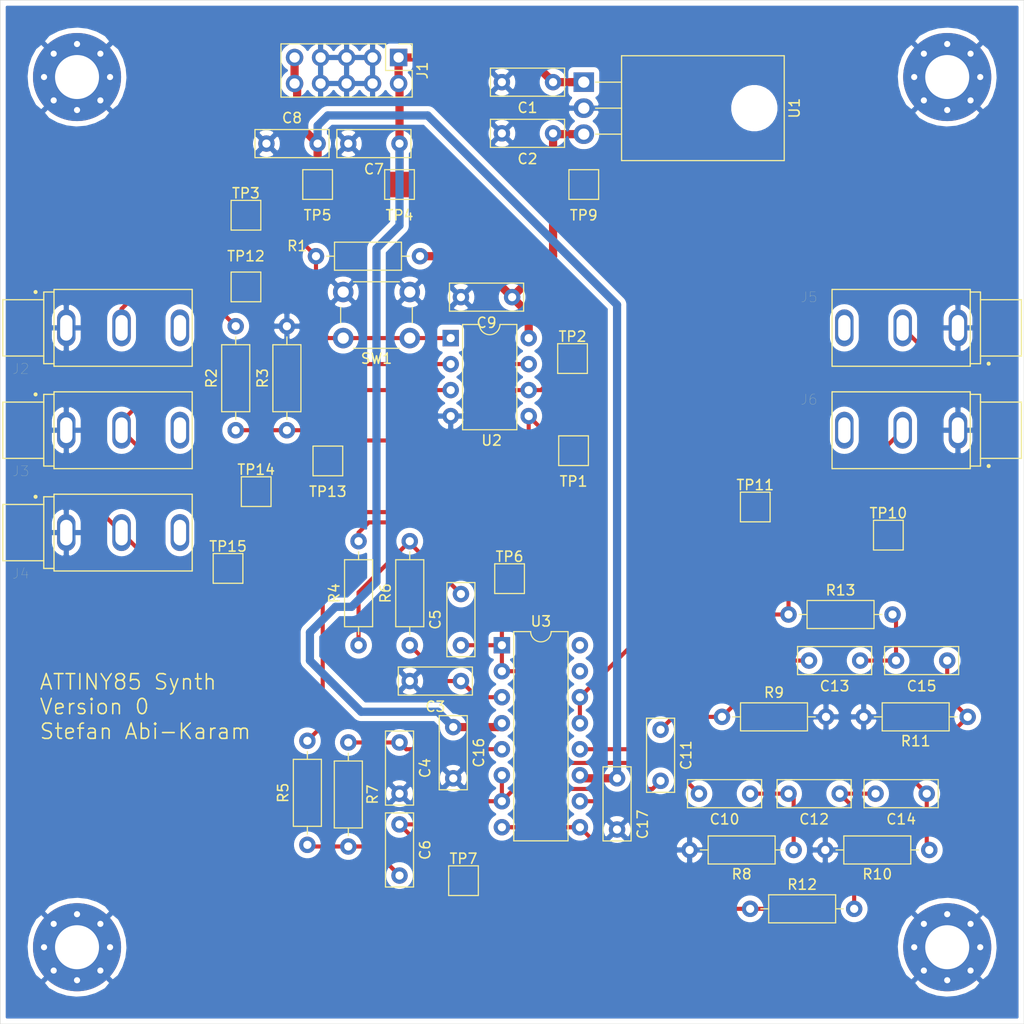
<source format=kicad_pcb>
(kicad_pcb (version 20171130) (host pcbnew "(5.1.9)-1")
  (layers (0 F.Cu signal) (31 B.Cu signal) (34 B.Paste user) (35 F.Paste user) (36 B.SilkS user) (37 F.SilkS user) (38 B.Mask user) (39 F.Mask user) (44 Edge.Cuts user))
  (net 0 "")
  (net 1 GND)
  (net 2 +12V)
  (net 3 +5V)
  (net 4 "Net-(C3-Pad1)")
  (net 5 "Net-(C4-Pad1)")
  (net 6 "Net-(C5-Pad2)")
  (net 7 "Net-(C10-Pad2)")
  (net 8 "Net-(C6-Pad2)")
  (net 9 "Net-(C11-Pad2)")
  (net 10 -12V)
  (net 11 "Net-(C10-Pad1)")
  (net 12 "Net-(C11-Pad1)")
  (net 13 "Net-(C12-Pad1)")
  (net 14 "Net-(C13-Pad1)")
  (net 15 "Net-(C14-Pad1)")
  (net 16 "Net-(C15-Pad1)")
  (net 17 rst)
  (net 18 cv_1_v_oct)
  (net 19 a1)
  (net 20 pwm0)
  (net 21 pwm1)
  (net 22 audio1)
  (net 23 audio2)
  (net 24 a2)
  (net 25 a3)
  (net 26 "Net-(J2-Pad3)")
  (net 27 "Net-(J3-Pad3)")
  (net 28 "Net-(J4-Pad3)")
  (net 29 "Net-(J5-Pad3)")
  (net 30 "Net-(J6-Pad3)")
  (module Capacitor_THT:C_Disc_D7.0mm_W2.5mm_P5.00mm (layer F.Cu) (at 145.25 126 90)
    (fp_text reference C17 (at 0.5 2.5 90) (layer F.SilkS))
    (fp_text value 100n)
    (pad 2 thru_hole circle (at 5 0 90) (size 1.6 1.6) (drill 0.8) (layers *.Cu *.Mask) (net 10 -12V))
    (pad 1 thru_hole circle (at 0 0 90) (size 1.6 1.6) (drill 0.8) (layers *.Cu *.Mask) (net 1 GND))
  )
  (module Capacitor_THT:C_Disc_D7.0mm_W2.5mm_P5.00mm (layer F.Cu) (at 129.25 116 270)
    (fp_text reference C16 (at 2.5 -2.5 90) (layer F.SilkS))
    (fp_text value 100n)
    (pad 2 thru_hole circle (at 5 0 270) (size 1.6 1.6) (drill 0.8) (layers *.Cu *.Mask) (net 1 GND))
    (pad 1 thru_hole circle (at 0 0 270) (size 1.6 1.6) (drill 0.8) (layers *.Cu *.Mask) (net 2 +12V))
  )
  (module Capacitor_THT:C_Disc_D7.0mm_W2.5mm_P5.00mm (layer F.Cu) (at 177.5 109.5 180)
    (fp_text reference C15 (at 2.5 -2.5) (layer F.SilkS))
    (fp_text value 100n)
    (pad 2 thru_hole circle (at 5 0 180) (size 1.6 1.6) (drill 0.8) (layers *.Cu *.Mask) (net 14 "Net-(C13-Pad1)"))
    (pad 1 thru_hole circle (at 0 0 180) (size 1.6 1.6) (drill 0.8) (layers *.Cu *.Mask) (net 16 "Net-(C15-Pad1)"))
  )
  (module Capacitor_THT:C_Disc_D7.0mm_W2.5mm_P5.00mm (layer F.Cu) (at 175.5 122.5 180)
    (fp_text reference C14 (at 2.5 -2.5) (layer F.SilkS))
    (fp_text value 100n)
    (pad 2 thru_hole circle (at 5 0 180) (size 1.6 1.6) (drill 0.8) (layers *.Cu *.Mask) (net 13 "Net-(C12-Pad1)"))
    (pad 1 thru_hole circle (at 0 0 180) (size 1.6 1.6) (drill 0.8) (layers *.Cu *.Mask) (net 15 "Net-(C14-Pad1)"))
  )
  (module Capacitor_THT:C_Disc_D7.0mm_W2.5mm_P5.00mm (layer F.Cu) (at 169 109.5 180)
    (fp_text reference C13 (at 2.5 -2.5) (layer F.SilkS))
    (fp_text value 100n)
    (pad 2 thru_hole circle (at 5 0 180) (size 1.6 1.6) (drill 0.8) (layers *.Cu *.Mask) (net 12 "Net-(C11-Pad1)"))
    (pad 1 thru_hole circle (at 0 0 180) (size 1.6 1.6) (drill 0.8) (layers *.Cu *.Mask) (net 14 "Net-(C13-Pad1)"))
  )
  (module Capacitor_THT:C_Disc_D7.0mm_W2.5mm_P5.00mm (layer F.Cu) (at 167 122.5 180)
    (fp_text reference C12 (at 2.5 -2.5) (layer F.SilkS))
    (fp_text value 100n)
    (pad 2 thru_hole circle (at 5 0 180) (size 1.6 1.6) (drill 0.8) (layers *.Cu *.Mask) (net 11 "Net-(C10-Pad1)"))
    (pad 1 thru_hole circle (at 0 0 180) (size 1.6 1.6) (drill 0.8) (layers *.Cu *.Mask) (net 13 "Net-(C12-Pad1)"))
  )
  (module Capacitor_THT:C_Disc_D7.0mm_W2.5mm_P5.00mm (layer F.Cu) (at 149.5 116.25 270)
    (fp_text reference C11 (at 2.5 -2.5 90) (layer F.SilkS))
    (fp_text value 100n)
    (pad 2 thru_hole circle (at 5 0 270) (size 1.6 1.6) (drill 0.8) (layers *.Cu *.Mask) (net 9 "Net-(C11-Pad2)"))
    (pad 1 thru_hole circle (at 0 0 270) (size 1.6 1.6) (drill 0.8) (layers *.Cu *.Mask) (net 12 "Net-(C11-Pad1)"))
  )
  (module Capacitor_THT:C_Disc_D7.0mm_W2.5mm_P5.00mm (layer F.Cu) (at 158.25 122.5 180)
    (fp_text reference C10 (at 2.5 -2.5) (layer F.SilkS))
    (fp_text value 100n)
    (pad 2 thru_hole circle (at 5 0 180) (size 1.6 1.6) (drill 0.8) (layers *.Cu *.Mask) (net 7 "Net-(C10-Pad2)"))
    (pad 1 thru_hole circle (at 0 0 180) (size 1.6 1.6) (drill 0.8) (layers *.Cu *.Mask) (net 11 "Net-(C10-Pad1)"))
  )
  (module Capacitor_THT:C_Disc_D7.0mm_W2.5mm_P5.00mm (layer F.Cu) (at 135 74 180)
    (fp_text reference C9 (at 2.5 -2.5) (layer F.SilkS))
    (fp_text value 100n)
    (pad 2 thru_hole circle (at 5 0 180) (size 1.6 1.6) (drill 0.8) (layers *.Cu *.Mask) (net 1 GND))
    (pad 1 thru_hole circle (at 0 0 180) (size 1.6 1.6) (drill 0.8) (layers *.Cu *.Mask) (net 3 +5V))
  )
  (module Capacitor_THT:C_Disc_D7.0mm_W2.5mm_P5.00mm (layer F.Cu) (at 111 59)
    (fp_text reference C8 (at 2.5 -2.5) (layer F.SilkS))
    (fp_text value 10u)
    (pad 2 thru_hole circle (at 5 0) (size 1.6 1.6) (drill 0.8) (layers *.Cu *.Mask) (net 10 -12V))
    (pad 1 thru_hole circle (at 0 0) (size 1.6 1.6) (drill 0.8) (layers *.Cu *.Mask) (net 1 GND))
  )
  (module Capacitor_THT:C_Disc_D7.0mm_W2.5mm_P5.00mm (layer F.Cu) (at 124 59 180)
    (fp_text reference C7 (at 2.5 -2.5) (layer F.SilkS))
    (fp_text value 10u)
    (pad 2 thru_hole circle (at 5 0 180) (size 1.6 1.6) (drill 0.8) (layers *.Cu *.Mask) (net 1 GND))
    (pad 1 thru_hole circle (at 0 0 180) (size 1.6 1.6) (drill 0.8) (layers *.Cu *.Mask) (net 2 +12V))
  )
  (module Capacitor_THT:C_Disc_D7.0mm_W2.5mm_P5.00mm (layer F.Cu) (at 124 125.5 270)
    (fp_text reference C6 (at 2.5 -2.5 90) (layer F.SilkS))
    (fp_text value 22n)
    (pad 2 thru_hole circle (at 5 0 270) (size 1.6 1.6) (drill 0.8) (layers *.Cu *.Mask) (net 8 "Net-(C6-Pad2)"))
    (pad 1 thru_hole circle (at 0 0 270) (size 1.6 1.6) (drill 0.8) (layers *.Cu *.Mask) (net 9 "Net-(C11-Pad2)"))
  )
  (module Capacitor_THT:C_Disc_D7.0mm_W2.5mm_P5.00mm (layer F.Cu) (at 130 108 90)
    (fp_text reference C5 (at 2.5 -2.5 90) (layer F.SilkS))
    (fp_text value 22n)
    (pad 2 thru_hole circle (at 5 0 90) (size 1.6 1.6) (drill 0.8) (layers *.Cu *.Mask) (net 6 "Net-(C5-Pad2)"))
    (pad 1 thru_hole circle (at 0 0 90) (size 1.6 1.6) (drill 0.8) (layers *.Cu *.Mask) (net 7 "Net-(C10-Pad2)"))
  )
  (module Capacitor_THT:C_Disc_D7.0mm_W2.5mm_P5.00mm (layer F.Cu) (at 124 117.5 270)
    (fp_text reference C4 (at 2.5 -2.5 90) (layer F.SilkS))
    (fp_text value 1n)
    (pad 2 thru_hole circle (at 5 0 270) (size 1.6 1.6) (drill 0.8) (layers *.Cu *.Mask) (net 1 GND))
    (pad 1 thru_hole circle (at 0 0 270) (size 1.6 1.6) (drill 0.8) (layers *.Cu *.Mask) (net 5 "Net-(C4-Pad1)"))
  )
  (module Capacitor_THT:C_Disc_D7.0mm_W2.5mm_P5.00mm (layer F.Cu) (at 130 111.5 180)
    (fp_text reference C3 (at 2.5 -2.5) (layer F.SilkS))
    (fp_text value 1n)
    (pad 2 thru_hole circle (at 5 0 180) (size 1.6 1.6) (drill 0.8) (layers *.Cu *.Mask) (net 1 GND))
    (pad 1 thru_hole circle (at 0 0 180) (size 1.6 1.6) (drill 0.8) (layers *.Cu *.Mask) (net 4 "Net-(C3-Pad1)"))
  )
  (module Capacitor_THT:C_Disc_D7.0mm_W2.5mm_P5.00mm (layer F.Cu) (at 139 58 180)
    (fp_text reference C2 (at 2.5 -2.5) (layer F.SilkS))
    (fp_text value 0.1u)
    (pad 2 thru_hole circle (at 5 0 180) (size 1.6 1.6) (drill 0.8) (layers *.Cu *.Mask) (net 1 GND))
    (pad 1 thru_hole circle (at 0 0 180) (size 1.6 1.6) (drill 0.8) (layers *.Cu *.Mask) (net 3 +5V))
  )
  (module Capacitor_THT:C_Disc_D7.0mm_W2.5mm_P5.00mm (layer F.Cu) (at 139 53 180)
    (fp_text reference C1 (at 2.5 -2.5) (layer F.SilkS))
    (fp_text value 0.33u)
    (pad 2 thru_hole circle (at 5 0 180) (size 1.6 1.6) (drill 0.8) (layers *.Cu *.Mask) (net 1 GND))
    (pad 1 thru_hole circle (at 0 0 180) (size 1.6 1.6) (drill 0.8) (layers *.Cu *.Mask) (net 2 +12V))
  )
  (module MountingHole:MountingHole_4.3mm_M4_Pad_Via (layer F.Cu) (at 177.5 52.5)
    (fp_text reference H3 hide)
    (fp_text value MountingHole_Pad)
    (pad 1 thru_hole circle (at 2.280419 -2.280419) (size 0.9 0.9) (drill 0.6) (layers *.Cu *.Mask) (net 1 GND))
    (pad 1 thru_hole circle (at 0 -3.225) (size 0.9 0.9) (drill 0.6) (layers *.Cu *.Mask) (net 1 GND))
    (pad 1 thru_hole circle (at -2.280419 -2.280419) (size 0.9 0.9) (drill 0.6) (layers *.Cu *.Mask) (net 1 GND))
    (pad 1 thru_hole circle (at -3.225 0) (size 0.9 0.9) (drill 0.6) (layers *.Cu *.Mask) (net 1 GND))
    (pad 1 thru_hole circle (at -2.280419 2.280419) (size 0.9 0.9) (drill 0.6) (layers *.Cu *.Mask) (net 1 GND))
    (pad 1 thru_hole circle (at 0 3.225) (size 0.9 0.9) (drill 0.6) (layers *.Cu *.Mask) (net 1 GND))
    (pad 1 thru_hole circle (at 2.280419 2.280419) (size 0.9 0.9) (drill 0.6) (layers *.Cu *.Mask) (net 1 GND))
    (pad 1 thru_hole circle (at 3.225 0) (size 0.9 0.9) (drill 0.6) (layers *.Cu *.Mask) (net 1 GND))
    (pad 1 thru_hole circle (at 0 0) (size 8.6 8.6) (drill 4.3) (layers *.Cu *.Mask) (net 1 GND))
  )
  (module MountingHole:MountingHole_4.3mm_M4_Pad_Via (layer F.Cu) (at 177.5 137.5)
    (fp_text reference H4 hide)
    (fp_text value MountingHole_Pad)
    (pad 1 thru_hole circle (at 2.280419 -2.280419) (size 0.9 0.9) (drill 0.6) (layers *.Cu *.Mask) (net 1 GND))
    (pad 1 thru_hole circle (at 0 -3.225) (size 0.9 0.9) (drill 0.6) (layers *.Cu *.Mask) (net 1 GND))
    (pad 1 thru_hole circle (at -2.280419 -2.280419) (size 0.9 0.9) (drill 0.6) (layers *.Cu *.Mask) (net 1 GND))
    (pad 1 thru_hole circle (at -3.225 0) (size 0.9 0.9) (drill 0.6) (layers *.Cu *.Mask) (net 1 GND))
    (pad 1 thru_hole circle (at -2.280419 2.280419) (size 0.9 0.9) (drill 0.6) (layers *.Cu *.Mask) (net 1 GND))
    (pad 1 thru_hole circle (at 0 3.225) (size 0.9 0.9) (drill 0.6) (layers *.Cu *.Mask) (net 1 GND))
    (pad 1 thru_hole circle (at 2.280419 2.280419) (size 0.9 0.9) (drill 0.6) (layers *.Cu *.Mask) (net 1 GND))
    (pad 1 thru_hole circle (at 3.225 0) (size 0.9 0.9) (drill 0.6) (layers *.Cu *.Mask) (net 1 GND))
    (pad 1 thru_hole circle (at 0 0) (size 8.6 8.6) (drill 4.3) (layers *.Cu *.Mask) (net 1 GND))
  )
  (module MountingHole:MountingHole_4.3mm_M4_Pad_Via (layer F.Cu) (at 92.5 137.5)
    (fp_text reference H2 hide)
    (fp_text value MountingHole_Pad)
    (pad 1 thru_hole circle (at 2.280419 -2.280419) (size 0.9 0.9) (drill 0.6) (layers *.Cu *.Mask) (net 1 GND))
    (pad 1 thru_hole circle (at 0 -3.225) (size 0.9 0.9) (drill 0.6) (layers *.Cu *.Mask) (net 1 GND))
    (pad 1 thru_hole circle (at -2.280419 -2.280419) (size 0.9 0.9) (drill 0.6) (layers *.Cu *.Mask) (net 1 GND))
    (pad 1 thru_hole circle (at -3.225 0) (size 0.9 0.9) (drill 0.6) (layers *.Cu *.Mask) (net 1 GND))
    (pad 1 thru_hole circle (at -2.280419 2.280419) (size 0.9 0.9) (drill 0.6) (layers *.Cu *.Mask) (net 1 GND))
    (pad 1 thru_hole circle (at 0 3.225) (size 0.9 0.9) (drill 0.6) (layers *.Cu *.Mask) (net 1 GND))
    (pad 1 thru_hole circle (at 2.280419 2.280419) (size 0.9 0.9) (drill 0.6) (layers *.Cu *.Mask) (net 1 GND))
    (pad 1 thru_hole circle (at 3.225 0) (size 0.9 0.9) (drill 0.6) (layers *.Cu *.Mask) (net 1 GND))
    (pad 1 thru_hole circle (at 0 0) (size 8.6 8.6) (drill 4.3) (layers *.Cu *.Mask) (net 1 GND))
  )
  (module MountingHole:MountingHole_4.3mm_M4_Pad_Via (layer F.Cu) (at 92.5 52.5)
    (fp_text reference H1 hide)
    (fp_text value MountingHole_Pad)
    (pad 1 thru_hole circle (at 2.280419 -2.280419) (size 0.9 0.9) (drill 0.6) (layers *.Cu *.Mask) (net 1 GND))
    (pad 1 thru_hole circle (at 0 -3.225) (size 0.9 0.9) (drill 0.6) (layers *.Cu *.Mask) (net 1 GND))
    (pad 1 thru_hole circle (at -2.280419 -2.280419) (size 0.9 0.9) (drill 0.6) (layers *.Cu *.Mask) (net 1 GND))
    (pad 1 thru_hole circle (at -3.225 0) (size 0.9 0.9) (drill 0.6) (layers *.Cu *.Mask) (net 1 GND))
    (pad 1 thru_hole circle (at -2.280419 2.280419) (size 0.9 0.9) (drill 0.6) (layers *.Cu *.Mask) (net 1 GND))
    (pad 1 thru_hole circle (at 0 3.225) (size 0.9 0.9) (drill 0.6) (layers *.Cu *.Mask) (net 1 GND))
    (pad 1 thru_hole circle (at 2.280419 2.280419) (size 0.9 0.9) (drill 0.6) (layers *.Cu *.Mask) (net 1 GND))
    (pad 1 thru_hole circle (at 3.225 0) (size 0.9 0.9) (drill 0.6) (layers *.Cu *.Mask) (net 1 GND))
    (pad 1 thru_hole circle (at 0 0) (size 8.6 8.6) (drill 4.3) (layers *.Cu *.Mask) (net 1 GND))
  )
  (module Package_DIP:DIP-16_W7.62mm (layer F.Cu) (at 134 108)
    (fp_text reference U3 (at 3.81 -2.33) (layer F.SilkS))
    (fp_text value TL074)
    (pad 16 thru_hole oval (at 7.62 0) (size 1.6 1.6) (drill 0.8) (layers *.Cu *.Mask))
    (pad 8 thru_hole oval (at 0 17.78) (size 1.6 1.6) (drill 0.8) (layers *.Cu *.Mask) (net 22 audio1))
    (pad 15 thru_hole oval (at 7.62 2.54) (size 1.6 1.6) (drill 0.8) (layers *.Cu *.Mask))
    (pad 7 thru_hole oval (at 0 15.24) (size 1.6 1.6) (drill 0.8) (layers *.Cu *.Mask) (net 9 "Net-(C11-Pad2)"))
    (pad 14 thru_hole oval (at 7.62 5.08) (size 1.6 1.6) (drill 0.8) (layers *.Cu *.Mask) (net 23 audio2))
    (pad 6 thru_hole oval (at 0 12.7) (size 1.6 1.6) (drill 0.8) (layers *.Cu *.Mask) (net 9 "Net-(C11-Pad2)"))
    (pad 13 thru_hole oval (at 7.62 7.62) (size 1.6 1.6) (drill 0.8) (layers *.Cu *.Mask) (net 23 audio2))
    (pad 5 thru_hole oval (at 0 10.16) (size 1.6 1.6) (drill 0.8) (layers *.Cu *.Mask) (net 5 "Net-(C4-Pad1)"))
    (pad 12 thru_hole oval (at 7.62 10.16) (size 1.6 1.6) (drill 0.8) (layers *.Cu *.Mask) (net 16 "Net-(C15-Pad1)"))
    (pad 4 thru_hole oval (at 0 7.62) (size 1.6 1.6) (drill 0.8) (layers *.Cu *.Mask) (net 2 +12V))
    (pad 11 thru_hole oval (at 7.62 12.7) (size 1.6 1.6) (drill 0.8) (layers *.Cu *.Mask) (net 10 -12V))
    (pad 3 thru_hole oval (at 0 5.08) (size 1.6 1.6) (drill 0.8) (layers *.Cu *.Mask) (net 4 "Net-(C3-Pad1)"))
    (pad 10 thru_hole oval (at 7.62 15.24) (size 1.6 1.6) (drill 0.8) (layers *.Cu *.Mask) (net 15 "Net-(C14-Pad1)"))
    (pad 2 thru_hole oval (at 0 2.54) (size 1.6 1.6) (drill 0.8) (layers *.Cu *.Mask) (net 7 "Net-(C10-Pad2)"))
    (pad 9 thru_hole oval (at 7.62 17.78) (size 1.6 1.6) (drill 0.8) (layers *.Cu *.Mask) (net 22 audio1))
    (pad 1 thru_hole rect (at 0 0) (size 1.6 1.6) (drill 0.8) (layers *.Cu *.Mask) (net 7 "Net-(C10-Pad2)"))
  )
  (module Package_DIP:DIP-8_W7.62mm (layer F.Cu) (at 129 78)
    (fp_text reference U2 (at 4 10) (layer F.SilkS))
    (fp_text value ATtiny85V-10PU)
    (pad 8 thru_hole oval (at 7.62 0) (size 1.6 1.6) (drill 0.8) (layers *.Cu *.Mask) (net 3 +5V))
    (pad 4 thru_hole oval (at 0 7.62) (size 1.6 1.6) (drill 0.8) (layers *.Cu *.Mask) (net 1 GND))
    (pad 7 thru_hole oval (at 7.62 2.54) (size 1.6 1.6) (drill 0.8) (layers *.Cu *.Mask) (net 19 a1))
    (pad 3 thru_hole oval (at 0 5.08) (size 1.6 1.6) (drill 0.8) (layers *.Cu *.Mask) (net 24 a2))
    (pad 6 thru_hole oval (at 7.62 5.08) (size 1.6 1.6) (drill 0.8) (layers *.Cu *.Mask) (net 21 pwm1))
    (pad 2 thru_hole oval (at 0 2.54) (size 1.6 1.6) (drill 0.8) (layers *.Cu *.Mask) (net 25 a3))
    (pad 5 thru_hole oval (at 7.62 7.62) (size 1.6 1.6) (drill 0.8) (layers *.Cu *.Mask) (net 20 pwm0))
    (pad 1 thru_hole rect (at 0 0) (size 1.6 1.6) (drill 0.8) (layers *.Cu *.Mask) (net 17 rst))
  )
  (module Package_TO_SOT_THT:TO-220-3_Horizontal_TabDown (layer F.Cu) (at 142 53 270)
    (fp_text reference U1 (at 2.54 -20.58 90) (layer F.SilkS))
    (fp_text value L7805)
    (pad 3 thru_hole oval (at 5.08 0 270) (size 1.905 2) (drill 1.1) (layers *.Cu *.Mask) (net 3 +5V))
    (pad 2 thru_hole oval (at 2.54 0 270) (size 1.905 2) (drill 1.1) (layers *.Cu *.Mask) (net 1 GND))
    (pad 1 thru_hole rect (at 0 0 270) (size 1.905 2) (drill 1.1) (layers *.Cu *.Mask) (net 2 +12V))
    (pad "" np_thru_hole oval (at 2.54 -16.66 270) (size 3.5 3.5) (drill 3.5) (layers *.Cu *.Mask))
  )
  (module TestPoint:TestPoint_Pad_2.5x2.5mm (layer F.Cu) (at 107.25 100.5)
    (fp_text reference TP15 (at 0 -2.148) (layer F.SilkS))
    (fp_text value TestPoint)
    (pad 1 smd rect (at 0 0) (size 2.5 2.5) (layers F.Cu F.Mask) (net 25 a3))
  )
  (module TestPoint:TestPoint_Pad_2.5x2.5mm (layer F.Cu) (at 110 93)
    (fp_text reference TP14 (at 0 -2.148) (layer F.SilkS))
    (fp_text value TestPoint)
    (pad 1 smd rect (at 0 0) (size 2.5 2.5) (layers F.Cu F.Mask) (net 24 a2))
  )
  (module TestPoint:TestPoint_Pad_2.5x2.5mm (layer F.Cu) (at 117 90)
    (fp_text reference TP13 (at 0 3) (layer F.SilkS))
    (fp_text value TestPoint)
    (pad 1 smd rect (at 0 0) (size 2.5 2.5) (layers F.Cu F.Mask) (net 19 a1))
  )
  (module TestPoint:TestPoint_Pad_2.5x2.5mm (layer F.Cu) (at 109 73)
    (fp_text reference TP12 (at 0 -3) (layer F.SilkS))
    (fp_text value TestPoint)
    (pad 1 smd rect (at 0 0) (size 2.5 2.5) (layers F.Cu F.Mask) (net 18 cv_1_v_oct))
  )
  (module TestPoint:TestPoint_Pad_2.5x2.5mm (layer F.Cu) (at 158.75 94.5)
    (fp_text reference TP11 (at 0 -2.148) (layer F.SilkS))
    (fp_text value TestPoint)
    (pad 1 smd rect (at 0 0) (size 2.5 2.5) (layers F.Cu F.Mask) (net 23 audio2))
  )
  (module TestPoint:TestPoint_Pad_2.5x2.5mm (layer F.Cu) (at 171.75 97.25)
    (fp_text reference TP10 (at 0 -2.148) (layer F.SilkS))
    (fp_text value TestPoint)
    (pad 1 smd rect (at 0 0) (size 2.5 2.5) (layers F.Cu F.Mask) (net 22 audio1))
  )
  (module TestPoint:TestPoint_Pad_2.5x2.5mm (layer F.Cu) (at 142 63)
    (fp_text reference TP9 (at 0 3) (layer F.SilkS))
    (fp_text value TestPoint)
    (pad 1 smd rect (at 0 0) (size 2.5 2.5) (layers F.Cu F.Mask) (net 3 +5V))
  )
  (module TestPoint:TestPoint_Pad_2.5x2.5mm (layer F.Cu) (at 130.25 131)
    (fp_text reference TP7 (at 0 -2.148) (layer F.SilkS))
    (fp_text value TestPoint)
    (pad 1 smd rect (at 0 0) (size 2.5 2.5) (layers F.Cu F.Mask) (net 9 "Net-(C11-Pad2)"))
  )
  (module TestPoint:TestPoint_Pad_2.5x2.5mm (layer F.Cu) (at 134.75 101.5)
    (fp_text reference TP6 (at 0 -2.148) (layer F.SilkS))
    (fp_text value TestPoint)
    (pad 1 smd rect (at 0 0) (size 2.5 2.5) (layers F.Cu F.Mask) (net 7 "Net-(C10-Pad2)"))
  )
  (module TestPoint:TestPoint_Pad_2.5x2.5mm (layer F.Cu) (at 116 63)
    (fp_text reference TP5 (at 0 3) (layer F.SilkS))
    (fp_text value TestPoint)
    (pad 1 smd rect (at 0 0) (size 2.5 2.5) (layers F.Cu F.Mask) (net 10 -12V))
  )
  (module TestPoint:TestPoint_Pad_2.5x2.5mm (layer F.Cu) (at 124 63)
    (fp_text reference TP4 (at 0 3) (layer F.SilkS))
    (fp_text value TestPoint)
    (pad 1 smd rect (at 0 0) (size 2.5 2.5) (layers F.Cu F.Mask) (net 2 +12V))
  )
  (module TestPoint:TestPoint_Pad_2.5x2.5mm (layer F.Cu) (at 109 66)
    (fp_text reference TP3 (at 0 -2.148) (layer F.SilkS))
    (fp_text value TestPoint)
    (pad 1 smd rect (at 0 0) (size 2.5 2.5) (layers F.Cu F.Mask) (net 17 rst))
  )
  (module TestPoint:TestPoint_Pad_2.5x2.5mm (layer F.Cu) (at 140.9 80)
    (fp_text reference TP2 (at 0 -2.148) (layer F.SilkS))
    (fp_text value TestPoint)
    (pad 1 smd rect (at 0 0) (size 2.5 2.5) (layers F.Cu F.Mask) (net 21 pwm1))
  )
  (module TestPoint:TestPoint_Pad_2.5x2.5mm (layer F.Cu) (at 141 89)
    (fp_text reference TP1 (at 0 3) (layer F.SilkS))
    (fp_text value TestPoint)
    (pad 1 smd rect (at 0 0) (size 2.5 2.5) (layers F.Cu F.Mask) (net 20 pwm0))
  )
  (module Button_Switch_THT:SW_PUSH_6mm (layer F.Cu) (at 125 78 180)
    (fp_text reference SW1 (at 3.25 -2) (layer F.SilkS))
    (fp_text value SW_Push)
    (pad 1 thru_hole circle (at 6.5 0 270) (size 2 2) (drill 1.1) (layers *.Cu *.Mask) (net 17 rst))
    (pad 2 thru_hole circle (at 6.5 4.5 270) (size 2 2) (drill 1.1) (layers *.Cu *.Mask) (net 1 GND))
    (pad 1 thru_hole circle (at 0 0 270) (size 2 2) (drill 1.1) (layers *.Cu *.Mask) (net 17 rst))
    (pad 2 thru_hole circle (at 0 4.5 270) (size 2 2) (drill 1.1) (layers *.Cu *.Mask) (net 1 GND))
  )
  (module Resistor_THT:R_Axial_DIN0207_L6.3mm_D2.5mm_P10.16mm_Horizontal (layer F.Cu) (at 162 105)
    (fp_text reference R13 (at 5.08 -2.37) (layer F.SilkS))
    (fp_text value 22k)
    (pad 2 thru_hole oval (at 10.16 0) (size 1.6 1.6) (drill 0.8) (layers *.Cu *.Mask) (net 14 "Net-(C13-Pad1)"))
    (pad 1 thru_hole circle (at 0 0) (size 1.6 1.6) (drill 0.8) (layers *.Cu *.Mask) (net 23 audio2))
  )
  (module Resistor_THT:R_Axial_DIN0207_L6.3mm_D2.5mm_P10.16mm_Horizontal (layer F.Cu) (at 158.25 133.75)
    (fp_text reference R12 (at 5.08 -2.37) (layer F.SilkS))
    (fp_text value 22k)
    (pad 2 thru_hole oval (at 10.16 0) (size 1.6 1.6) (drill 0.8) (layers *.Cu *.Mask) (net 13 "Net-(C12-Pad1)"))
    (pad 1 thru_hole circle (at 0 0) (size 1.6 1.6) (drill 0.8) (layers *.Cu *.Mask) (net 22 audio1))
  )
  (module Resistor_THT:R_Axial_DIN0207_L6.3mm_D2.5mm_P10.16mm_Horizontal (layer F.Cu) (at 179.5 115 180)
    (fp_text reference R11 (at 5.08 -2.37) (layer F.SilkS))
    (fp_text value 390k)
    (pad 2 thru_hole oval (at 10.16 0 180) (size 1.6 1.6) (drill 0.8) (layers *.Cu *.Mask) (net 1 GND))
    (pad 1 thru_hole circle (at 0 0 180) (size 1.6 1.6) (drill 0.8) (layers *.Cu *.Mask) (net 16 "Net-(C15-Pad1)"))
  )
  (module Resistor_THT:R_Axial_DIN0207_L6.3mm_D2.5mm_P10.16mm_Horizontal (layer F.Cu) (at 175.75 128 180)
    (fp_text reference R10 (at 5.08 -2.37) (layer F.SilkS))
    (fp_text value 390k)
    (pad 2 thru_hole oval (at 10.16 0 180) (size 1.6 1.6) (drill 0.8) (layers *.Cu *.Mask) (net 1 GND))
    (pad 1 thru_hole circle (at 0 0 180) (size 1.6 1.6) (drill 0.8) (layers *.Cu *.Mask) (net 15 "Net-(C14-Pad1)"))
  )
  (module Resistor_THT:R_Axial_DIN0207_L6.3mm_D2.5mm_P10.16mm_Horizontal (layer F.Cu) (at 155.5 115)
    (fp_text reference R9 (at 5.08 -2.37) (layer F.SilkS))
    (fp_text value 56k)
    (pad 2 thru_hole oval (at 10.16 0) (size 1.6 1.6) (drill 0.8) (layers *.Cu *.Mask) (net 1 GND))
    (pad 1 thru_hole circle (at 0 0) (size 1.6 1.6) (drill 0.8) (layers *.Cu *.Mask) (net 12 "Net-(C11-Pad1)"))
  )
  (module Resistor_THT:R_Axial_DIN0207_L6.3mm_D2.5mm_P10.16mm_Horizontal (layer F.Cu) (at 162.5 128 180)
    (fp_text reference R8 (at 5.08 -2.37) (layer F.SilkS))
    (fp_text value 56k)
    (pad 2 thru_hole oval (at 10.16 0 180) (size 1.6 1.6) (drill 0.8) (layers *.Cu *.Mask) (net 1 GND))
    (pad 1 thru_hole circle (at 0 0 180) (size 1.6 1.6) (drill 0.8) (layers *.Cu *.Mask) (net 11 "Net-(C10-Pad1)"))
  )
  (module Resistor_THT:R_Axial_DIN0207_L6.3mm_D2.5mm_P10.16mm_Horizontal (layer F.Cu) (at 119 117.5 270)
    (fp_text reference R7 (at 5.08 -2.37 90) (layer F.SilkS))
    (fp_text value 220)
    (pad 2 thru_hole oval (at 10.16 0 270) (size 1.6 1.6) (drill 0.8) (layers *.Cu *.Mask) (net 8 "Net-(C6-Pad2)"))
    (pad 1 thru_hole circle (at 0 0 270) (size 1.6 1.6) (drill 0.8) (layers *.Cu *.Mask) (net 5 "Net-(C4-Pad1)"))
  )
  (module Resistor_THT:R_Axial_DIN0207_L6.3mm_D2.5mm_P10.16mm_Horizontal (layer F.Cu) (at 125 108 90)
    (fp_text reference R6 (at 5.08 -2.37 90) (layer F.SilkS))
    (fp_text value 220)
    (pad 2 thru_hole oval (at 10.16 0 90) (size 1.6 1.6) (drill 0.8) (layers *.Cu *.Mask) (net 6 "Net-(C5-Pad2)"))
    (pad 1 thru_hole circle (at 0 0 90) (size 1.6 1.6) (drill 0.8) (layers *.Cu *.Mask) (net 4 "Net-(C3-Pad1)"))
  )
  (module Resistor_THT:R_Axial_DIN0207_L6.3mm_D2.5mm_P10.16mm_Horizontal (layer F.Cu) (at 115 127.5 90)
    (fp_text reference R5 (at 5.08 -2.37 90) (layer F.SilkS))
    (fp_text value 8.2k)
    (pad 2 thru_hole oval (at 10.16 0 90) (size 1.6 1.6) (drill 0.8) (layers *.Cu *.Mask) (net 21 pwm1))
    (pad 1 thru_hole circle (at 0 0 90) (size 1.6 1.6) (drill 0.8) (layers *.Cu *.Mask) (net 8 "Net-(C6-Pad2)"))
  )
  (module Resistor_THT:R_Axial_DIN0207_L6.3mm_D2.5mm_P10.16mm_Horizontal (layer F.Cu) (at 120 108 90)
    (fp_text reference R4 (at 5.08 -2.37 90) (layer F.SilkS))
    (fp_text value 8.2k)
    (pad 2 thru_hole oval (at 10.16 0 90) (size 1.6 1.6) (drill 0.8) (layers *.Cu *.Mask) (net 20 pwm0))
    (pad 1 thru_hole circle (at 0 0 90) (size 1.6 1.6) (drill 0.8) (layers *.Cu *.Mask) (net 6 "Net-(C5-Pad2)"))
  )
  (module Resistor_THT:R_Axial_DIN0207_L6.3mm_D2.5mm_P10.16mm_Horizontal (layer F.Cu) (at 113 87 90)
    (fp_text reference R3 (at 5.08 -2.37 90) (layer F.SilkS))
    (fp_text value 2k)
    (pad 2 thru_hole oval (at 10.16 0 90) (size 1.6 1.6) (drill 0.8) (layers *.Cu *.Mask) (net 1 GND))
    (pad 1 thru_hole circle (at 0 0 90) (size 1.6 1.6) (drill 0.8) (layers *.Cu *.Mask) (net 19 a1))
  )
  (module Resistor_THT:R_Axial_DIN0207_L6.3mm_D2.5mm_P10.16mm_Horizontal (layer F.Cu) (at 108 87 90)
    (fp_text reference R2 (at 5.08 -2.37 90) (layer F.SilkS))
    (fp_text value 1.2k)
    (pad 2 thru_hole oval (at 10.16 0 90) (size 1.6 1.6) (drill 0.8) (layers *.Cu *.Mask) (net 18 cv_1_v_oct))
    (pad 1 thru_hole circle (at 0 0 90) (size 1.6 1.6) (drill 0.8) (layers *.Cu *.Mask) (net 19 a1))
  )
  (module Resistor_THT:R_Axial_DIN0207_L6.3mm_D2.5mm_P10.16mm_Horizontal (layer F.Cu) (at 126 70 180)
    (fp_text reference R1 (at 12 1) (layer F.SilkS))
    (fp_text value 4.7k)
    (pad 2 thru_hole oval (at 10.16 0 180) (size 1.6 1.6) (drill 0.8) (layers *.Cu *.Mask) (net 17 rst))
    (pad 1 thru_hole circle (at 0 0 180) (size 1.6 1.6) (drill 0.8) (layers *.Cu *.Mask) (net 3 +5V))
  )
  (module MJ-3502N:CUI_MJ-3502N (layer F.Cu) (at 173 87 180)
    (fp_text reference J6 (at 9 3) (layer F.SilkS) (effects (font (size 1.000339 1.000339) (thickness 0.015))))
    (fp_text value MJ-3502N)
    (pad 3 thru_hole oval (at 5.55 0 180) (size 1.8 3.6) (drill oval 1.2 2.5) (layers *.Cu *.Mask) (net 30 "Net-(J6-Pad3)"))
    (pad 2 thru_hole oval (at -0.15 0 180) (size 1.8 3.6) (drill oval 1.2 2.5) (layers *.Cu *.Mask) (net 23 audio2))
    (pad 1 thru_hole oval (at -5.55 0 180) (size 1.8 3.6) (drill oval 1.2 2.5) (layers *.Cu *.Mask) (net 1 GND))
  )
  (module MJ-3502N:CUI_MJ-3502N (layer F.Cu) (at 173 77 180)
    (fp_text reference J5 (at 9 3) (layer F.SilkS) (effects (font (size 1.000339 1.000339) (thickness 0.015))))
    (fp_text value MJ-3502N)
    (pad 3 thru_hole oval (at 5.55 0 180) (size 1.8 3.6) (drill oval 1.2 2.5) (layers *.Cu *.Mask) (net 29 "Net-(J5-Pad3)"))
    (pad 2 thru_hole oval (at -0.15 0 180) (size 1.8 3.6) (drill oval 1.2 2.5) (layers *.Cu *.Mask) (net 22 audio1))
    (pad 1 thru_hole oval (at -5.55 0 180) (size 1.8 3.6) (drill oval 1.2 2.5) (layers *.Cu *.Mask) (net 1 GND))
  )
  (module MJ-3502N:CUI_MJ-3502N (layer F.Cu) (at 97 97)
    (fp_text reference J4 (at -10 4) (layer F.SilkS) (effects (font (size 1.000339 1.000339) (thickness 0.015))))
    (fp_text value MJ-3502N)
    (pad 3 thru_hole oval (at 5.55 0) (size 1.8 3.6) (drill oval 1.2 2.5) (layers *.Cu *.Mask) (net 28 "Net-(J4-Pad3)"))
    (pad 2 thru_hole oval (at -0.15 0) (size 1.8 3.6) (drill oval 1.2 2.5) (layers *.Cu *.Mask) (net 25 a3))
    (pad 1 thru_hole oval (at -5.55 0) (size 1.8 3.6) (drill oval 1.2 2.5) (layers *.Cu *.Mask) (net 1 GND))
  )
  (module MJ-3502N:CUI_MJ-3502N (layer F.Cu) (at 97 87)
    (fp_text reference J3 (at -10 4) (layer F.SilkS) (effects (font (size 1.000339 1.000339) (thickness 0.015))))
    (fp_text value MJ-3502N)
    (pad 3 thru_hole oval (at 5.55 0) (size 1.8 3.6) (drill oval 1.2 2.5) (layers *.Cu *.Mask) (net 27 "Net-(J3-Pad3)"))
    (pad 2 thru_hole oval (at -0.15 0) (size 1.8 3.6) (drill oval 1.2 2.5) (layers *.Cu *.Mask) (net 24 a2))
    (pad 1 thru_hole oval (at -5.55 0) (size 1.8 3.6) (drill oval 1.2 2.5) (layers *.Cu *.Mask) (net 1 GND))
  )
  (module MJ-3502N:CUI_MJ-3502N (layer F.Cu) (at 97 77)
    (fp_text reference J2 (at -10 4) (layer F.SilkS) (effects (font (size 1.000339 1.000339) (thickness 0.015))))
    (fp_text value MJ-3502N)
    (pad 3 thru_hole oval (at 5.55 0) (size 1.8 3.6) (drill oval 1.2 2.5) (layers *.Cu *.Mask) (net 26 "Net-(J2-Pad3)"))
    (pad 2 thru_hole oval (at -0.15 0) (size 1.8 3.6) (drill oval 1.2 2.5) (layers *.Cu *.Mask) (net 18 cv_1_v_oct))
    (pad 1 thru_hole oval (at -5.55 0) (size 1.8 3.6) (drill oval 1.2 2.5) (layers *.Cu *.Mask) (net 1 GND))
  )
  (module Connector_PinHeader_2.54mm:PinHeader_2x05_P2.54mm_Vertical (layer F.Cu) (at 123.91 50.59 270)
    (fp_text reference J1 (at 1.27 -2.33 90) (layer F.SilkS))
    (fp_text value Conn_02x05_Odd_Even)
    (pad 10 thru_hole oval (at 2.54 10.16 270) (size 1.7 1.7) (drill 1) (layers *.Cu *.Mask) (net 10 -12V))
    (pad 9 thru_hole oval (at 0 10.16 270) (size 1.7 1.7) (drill 1) (layers *.Cu *.Mask) (net 10 -12V))
    (pad 8 thru_hole oval (at 2.54 7.62 270) (size 1.7 1.7) (drill 1) (layers *.Cu *.Mask) (net 1 GND))
    (pad 7 thru_hole oval (at 0 7.62 270) (size 1.7 1.7) (drill 1) (layers *.Cu *.Mask) (net 1 GND))
    (pad 6 thru_hole oval (at 2.54 5.08 270) (size 1.7 1.7) (drill 1) (layers *.Cu *.Mask) (net 1 GND))
    (pad 5 thru_hole oval (at 0 5.08 270) (size 1.7 1.7) (drill 1) (layers *.Cu *.Mask) (net 1 GND))
    (pad 4 thru_hole oval (at 2.54 2.54 270) (size 1.7 1.7) (drill 1) (layers *.Cu *.Mask) (net 1 GND))
    (pad 3 thru_hole oval (at 0 2.54 270) (size 1.7 1.7) (drill 1) (layers *.Cu *.Mask) (net 1 GND))
    (pad 2 thru_hole oval (at 2.54 0 270) (size 1.7 1.7) (drill 1) (layers *.Cu *.Mask) (net 2 +12V))
    (pad 1 thru_hole rect (at 0 0 270) (size 1.7 1.7) (drill 1) (layers *.Cu *.Mask) (net 2 +12V))
  )
  (gr_text "ATTINY85 Synth\nVersion 0\nStefan Abi-Karam" (at 88.75 114) (layer F.SilkS) (effects (font (size 1.5 1.5)) (justify left)))
  (gr_line (start 85 145) (end 85 45) (layer Edge.Cuts) (width 0.05))
  (gr_line (start 185 145) (end 85 145) (layer Edge.Cuts) (width 0.05))
  (gr_line (start 185 45) (end 185 145) (layer Edge.Cuts) (width 0.05))
  (gr_line (start 135 45) (end 185 45) (layer Edge.Cuts) (width 0.05))
  (gr_line (start 85 45) (end 135 45) (layer Edge.Cuts) (width 0.05))
  (segment (start 124 53.22) (end 123.91 53.13) (width 0.8) (layer F.Cu) (net 2))
  (segment (start 124 59) (end 124 53.22) (width 0.8) (layer F.Cu) (net 2))
  (segment (start 123.91 53.13) (end 123.91 50.59) (width 0.8) (layer F.Cu) (net 2))
  (segment (start 139 53) (end 142 53) (width 0.8) (layer F.Cu) (net 2))
  (segment (start 139 53) (end 137 51) (width 0.8) (layer F.Cu) (net 2))
  (segment (start 136.59 50.59) (end 137 51) (width 0.8) (layer F.Cu) (net 2))
  (segment (start 123.91 50.59) (end 136.59 50.59) (width 0.8) (layer F.Cu) (net 2))
  (segment (start 124 63) (end 124 59) (width 0.8) (layer F.Cu) (net 2))
  (segment (start 133.62 116) (end 134 115.62) (width 0.8) (layer F.Cu) (net 2))
  (segment (start 129.25 116) (end 133.62 116) (width 0.8) (layer F.Cu) (net 2))
  (segment (start 124 59) (end 124 67) (width 0.8) (layer B.Cu) (net 2))
  (segment (start 124 67) (end 121.75 69.25) (width 0.8) (layer B.Cu) (net 2))
  (segment (start 121.75 101.822002) (end 119.322002 104.25) (width 0.8) (layer B.Cu) (net 2))
  (segment (start 121.75 69.25) (end 121.75 101.822002) (width 0.8) (layer B.Cu) (net 2))
  (segment (start 119.322002 104.25) (end 117.75 104.25) (width 0.8) (layer B.Cu) (net 2))
  (segment (start 117.75 104.25) (end 115.25 106.75) (width 0.8) (layer B.Cu) (net 2))
  (segment (start 115.25 106.75) (end 115.25 109.5) (width 0.8) (layer B.Cu) (net 2))
  (segment (start 115.25 109.5) (end 120.25 114.5) (width 0.8) (layer B.Cu) (net 2))
  (segment (start 127.75 114.5) (end 129.25 116) (width 0.8) (layer B.Cu) (net 2))
  (segment (start 120.25 114.5) (end 127.75 114.5) (width 0.8) (layer B.Cu) (net 2))
  (segment (start 139.08 58.08) (end 139 58) (width 0.8) (layer F.Cu) (net 3))
  (segment (start 142 58.08) (end 139.08 58.08) (width 0.8) (layer F.Cu) (net 3))
  (segment (start 136.62 75.62) (end 135 74) (width 0.8) (layer F.Cu) (net 3))
  (segment (start 136.62 78) (end 136.62 75.62) (width 0.8) (layer F.Cu) (net 3))
  (segment (start 135 74) (end 139 70) (width 0.8) (layer F.Cu) (net 3))
  (segment (start 142 63) (end 139 63) (width 0.8) (layer F.Cu) (net 3))
  (segment (start 139 63) (end 139 58) (width 0.8) (layer F.Cu) (net 3))
  (segment (start 139 70) (end 139 63) (width 0.8) (layer F.Cu) (net 3))
  (segment (start 131 70) (end 135 74) (width 0.8) (layer F.Cu) (net 3))
  (segment (start 126 70) (end 131 70) (width 0.8) (layer F.Cu) (net 3))
  (segment (start 131.58 113.08) (end 130 111.5) (width 0.4) (layer F.Cu) (net 4))
  (segment (start 134 113.08) (end 131.58 113.08) (width 0.4) (layer F.Cu) (net 4))
  (segment (start 128.5 111.5) (end 125 108) (width 0.4) (layer F.Cu) (net 4))
  (segment (start 130 111.5) (end 128.5 111.5) (width 0.4) (layer F.Cu) (net 4))
  (segment (start 124 117.5) (end 119 117.5) (width 0.4) (layer F.Cu) (net 5))
  (segment (start 124.66 118.16) (end 124 117.5) (width 0.4) (layer F.Cu) (net 5))
  (segment (start 134 118.16) (end 124.66 118.16) (width 0.4) (layer F.Cu) (net 5))
  (segment (start 125 98) (end 125 97.84) (width 0.4) (layer F.Cu) (net 6))
  (segment (start 130 103) (end 125 98) (width 0.4) (layer F.Cu) (net 6))
  (segment (start 120 102.84) (end 125 97.84) (width 0.4) (layer F.Cu) (net 6))
  (segment (start 120 108) (end 120 102.84) (width 0.4) (layer F.Cu) (net 6))
  (segment (start 134 110.54) (end 134 108) (width 0.4) (layer F.Cu) (net 7))
  (segment (start 134 108) (end 130 108) (width 0.4) (layer F.Cu) (net 7))
  (segment (start 150.249999 119.499999) (end 140.749999 119.499999) (width 0.4) (layer F.Cu) (net 7))
  (segment (start 153.25 122.5) (end 150.249999 119.499999) (width 0.4) (layer F.Cu) (net 7))
  (segment (start 140.749999 119.499999) (end 138 116.75) (width 0.4) (layer F.Cu) (net 7))
  (segment (start 138 116.75) (end 138 112.25) (width 0.4) (layer F.Cu) (net 7))
  (segment (start 136.29 110.54) (end 134 110.54) (width 0.4) (layer F.Cu) (net 7))
  (segment (start 138 112.25) (end 136.29 110.54) (width 0.4) (layer F.Cu) (net 7))
  (segment (start 134 102.25) (end 134.75 101.5) (width 0.4) (layer F.Cu) (net 7))
  (segment (start 134 108) (end 134 102.25) (width 0.4) (layer F.Cu) (net 7))
  (segment (start 115.16 127.66) (end 115 127.5) (width 0.4) (layer F.Cu) (net 8))
  (segment (start 119 127.66) (end 115.16 127.66) (width 0.4) (layer F.Cu) (net 8))
  (segment (start 121.16 127.66) (end 119 127.66) (width 0.4) (layer F.Cu) (net 8))
  (segment (start 124 130.5) (end 121.16 127.66) (width 0.4) (layer F.Cu) (net 8))
  (segment (start 124 125.5) (end 125.5 125.5) (width 0.4) (layer F.Cu) (net 9))
  (segment (start 132.76 123.24) (end 134 123.24) (width 0.4) (layer F.Cu) (net 9))
  (segment (start 125.5 125.5) (end 127.76 123.24) (width 0.4) (layer F.Cu) (net 9))
  (segment (start 134 120.7) (end 134 123.24) (width 0.4) (layer F.Cu) (net 9))
  (segment (start 127.76 123.24) (end 132.76 123.24) (width 0.4) (layer F.Cu) (net 9))
  (segment (start 135.200001 122.039999) (end 134 123.24) (width 0.4) (layer F.Cu) (net 9))
  (segment (start 149.5 121.25) (end 148.710001 122.039999) (width 0.4) (layer F.Cu) (net 9))
  (segment (start 148.710001 122.039999) (end 147.710001 122.039999) (width 0.4) (layer F.Cu) (net 9))
  (segment (start 147.710001 122.039999) (end 147.11001 122.63999) (width 0.4) (layer F.Cu) (net 9))
  (segment (start 147.11001 122.63999) (end 143.13999 122.63999) (width 0.4) (layer F.Cu) (net 9))
  (segment (start 142.539999 122.039999) (end 135.200001 122.039999) (width 0.4) (layer F.Cu) (net 9))
  (segment (start 143.13999 122.63999) (end 142.539999 122.039999) (width 0.4) (layer F.Cu) (net 9))
  (segment (start 129.5 131) (end 124 125.5) (width 0.4) (layer F.Cu) (net 9))
  (segment (start 130.25 131) (end 129.5 131) (width 0.4) (layer F.Cu) (net 9))
  (segment (start 113.75 50.59) (end 113.75 53.13) (width 0.8) (layer F.Cu) (net 10))
  (segment (start 116 63) (end 116 59) (width 0.8) (layer F.Cu) (net 10))
  (segment (start 116 59) (end 114 57) (width 0.8) (layer F.Cu) (net 10))
  (segment (start 114 53.38) (end 113.75 53.13) (width 0.8) (layer F.Cu) (net 10))
  (segment (start 114 57) (end 114 53.38) (width 0.8) (layer F.Cu) (net 10))
  (segment (start 141.92 121) (end 141.62 120.7) (width 0.8) (layer F.Cu) (net 10))
  (segment (start 145.25 121) (end 141.92 121) (width 0.8) (layer F.Cu) (net 10))
  (segment (start 145.25 74.75) (end 145.25 121) (width 0.8) (layer B.Cu) (net 10))
  (segment (start 126.75 56.25) (end 145.25 74.75) (width 0.8) (layer B.Cu) (net 10))
  (segment (start 117 56.25) (end 126.75 56.25) (width 0.8) (layer B.Cu) (net 10))
  (segment (start 116 57.25) (end 117 56.25) (width 0.8) (layer B.Cu) (net 10))
  (segment (start 116 59) (end 116 57.25) (width 0.8) (layer B.Cu) (net 10))
  (segment (start 158.25 122.5) (end 162 122.5) (width 0.4) (layer F.Cu) (net 11))
  (segment (start 162.5 123) (end 162 122.5) (width 0.4) (layer F.Cu) (net 11))
  (segment (start 162.5 128) (end 162.5 123) (width 0.4) (layer F.Cu) (net 11))
  (segment (start 161 109.5) (end 155.5 115) (width 0.4) (layer F.Cu) (net 12))
  (segment (start 164 109.5) (end 161 109.5) (width 0.4) (layer F.Cu) (net 12))
  (segment (start 150.75 115) (end 149.5 116.25) (width 0.4) (layer F.Cu) (net 12))
  (segment (start 155.5 115) (end 150.75 115) (width 0.4) (layer F.Cu) (net 12))
  (segment (start 168.41 123.91) (end 167 122.5) (width 0.4) (layer F.Cu) (net 13))
  (segment (start 168.41 133.75) (end 168.41 123.91) (width 0.4) (layer F.Cu) (net 13))
  (segment (start 170.5 122.5) (end 167 122.5) (width 0.4) (layer F.Cu) (net 13))
  (segment (start 169 109.5) (end 172.5 109.5) (width 0.4) (layer F.Cu) (net 14))
  (segment (start 172.5 105.34) (end 172.16 105) (width 0.4) (layer F.Cu) (net 14))
  (segment (start 172.5 109.5) (end 172.5 105.34) (width 0.4) (layer F.Cu) (net 14))
  (segment (start 175.5 127.75) (end 175.75 128) (width 0.4) (layer F.Cu) (net 15))
  (segment (start 175.5 122.5) (end 175.5 127.75) (width 0.4) (layer F.Cu) (net 15))
  (segment (start 175.5 122.5) (end 173.75 120.75) (width 0.4) (layer F.Cu) (net 15))
  (segment (start 173.75 120.75) (end 165.75 120.75) (width 0.4) (layer F.Cu) (net 15))
  (segment (start 165.75 120.75) (end 164 122.5) (width 0.4) (layer F.Cu) (net 15))
  (segment (start 164 122.5) (end 164 129.75) (width 0.4) (layer F.Cu) (net 15))
  (segment (start 164 129.75) (end 162.75 131) (width 0.4) (layer F.Cu) (net 15))
  (segment (start 162.75 131) (end 151.5 131) (width 0.4) (layer F.Cu) (net 15))
  (segment (start 145.803998 123.24) (end 149.25 126.686002) (width 0.4) (layer F.Cu) (net 15))
  (segment (start 141.62 123.24) (end 145.803998 123.24) (width 0.4) (layer F.Cu) (net 15))
  (segment (start 149.25 128.75) (end 151.5 131) (width 0.4) (layer F.Cu) (net 15))
  (segment (start 149.25 126.686002) (end 149.25 128.75) (width 0.4) (layer F.Cu) (net 15))
  (segment (start 177.5 113) (end 179.5 115) (width 0.4) (layer F.Cu) (net 16))
  (segment (start 177.5 109.5) (end 177.5 113) (width 0.4) (layer F.Cu) (net 16))
  (segment (start 176.34 118.16) (end 179.5 115) (width 0.4) (layer F.Cu) (net 16))
  (segment (start 141.62 118.16) (end 176.34 118.16) (width 0.4) (layer F.Cu) (net 16))
  (segment (start 129 78) (end 125 78) (width 0.4) (layer F.Cu) (net 17))
  (segment (start 125 78) (end 118.5 78) (width 0.4) (layer F.Cu) (net 17))
  (segment (start 118.5 78) (end 117 78) (width 0.4) (layer F.Cu) (net 17))
  (segment (start 115.84 76.84) (end 115.84 70) (width 0.4) (layer F.Cu) (net 17))
  (segment (start 117 78) (end 115.84 76.84) (width 0.4) (layer F.Cu) (net 17))
  (segment (start 111.84 66) (end 115.84 70) (width 0.4) (layer F.Cu) (net 17))
  (segment (start 109 66) (end 111.84 66) (width 0.4) (layer F.Cu) (net 17))
  (segment (start 96.85 77) (end 96.85 75.15) (width 0.4) (layer F.Cu) (net 18))
  (segment (start 96.85 75.15) (end 98 74) (width 0.4) (layer F.Cu) (net 18))
  (segment (start 108 76.84) (end 105.16 74) (width 0.4) (layer F.Cu) (net 18))
  (segment (start 106 73) (end 105 74) (width 0.4) (layer F.Cu) (net 18))
  (segment (start 109 73) (end 106 73) (width 0.4) (layer F.Cu) (net 18))
  (segment (start 105 74) (end 98 74) (width 0.4) (layer F.Cu) (net 18))
  (segment (start 105.16 74) (end 105 74) (width 0.4) (layer F.Cu) (net 18))
  (segment (start 108 87) (end 113 87) (width 0.4) (layer F.Cu) (net 19))
  (segment (start 119 88) (end 117 90) (width 0.4) (layer F.Cu) (net 19))
  (segment (start 130 88) (end 119 88) (width 0.4) (layer F.Cu) (net 19))
  (segment (start 133 85) (end 130 88) (width 0.4) (layer F.Cu) (net 19))
  (segment (start 133 82) (end 133 85) (width 0.4) (layer F.Cu) (net 19))
  (segment (start 134.46 80.54) (end 133 82) (width 0.4) (layer F.Cu) (net 19))
  (segment (start 136.62 80.54) (end 134.46 80.54) (width 0.4) (layer F.Cu) (net 19))
  (segment (start 113 87) (end 118 87) (width 0.4) (layer F.Cu) (net 19))
  (segment (start 118 87) (end 119 88) (width 0.4) (layer F.Cu) (net 19))
  (segment (start 136.62 94.38) (end 136.62 85.62) (width 0.4) (layer F.Cu) (net 20))
  (segment (start 135 96) (end 136.62 94.38) (width 0.4) (layer F.Cu) (net 20))
  (segment (start 121 96) (end 135 96) (width 0.4) (layer F.Cu) (net 20))
  (segment (start 120 97) (end 121 96) (width 0.4) (layer F.Cu) (net 20))
  (segment (start 120 97.84) (end 120 97) (width 0.4) (layer F.Cu) (net 20))
  (segment (start 140 89) (end 136.62 85.62) (width 0.4) (layer F.Cu) (net 20))
  (segment (start 141 89) (end 140 89) (width 0.4) (layer F.Cu) (net 20))
  (segment (start 116.5 115.84) (end 115 117.34) (width 0.4) (layer F.Cu) (net 21))
  (segment (start 116.5 96.5) (end 116.5 115.84) (width 0.4) (layer F.Cu) (net 21))
  (segment (start 118 95) (end 116.5 96.5) (width 0.4) (layer F.Cu) (net 21))
  (segment (start 132 95) (end 118 95) (width 0.4) (layer F.Cu) (net 21))
  (segment (start 134.5 92.5) (end 132 95) (width 0.4) (layer F.Cu) (net 21))
  (segment (start 134.5 84) (end 134.5 92.5) (width 0.4) (layer F.Cu) (net 21))
  (segment (start 135.42 83.08) (end 134.5 84) (width 0.4) (layer F.Cu) (net 21))
  (segment (start 136.62 83.08) (end 135.42 83.08) (width 0.4) (layer F.Cu) (net 21))
  (segment (start 137.82 83.08) (end 140.9 80) (width 0.4) (layer F.Cu) (net 21))
  (segment (start 136.62 83.08) (end 137.82 83.08) (width 0.4) (layer F.Cu) (net 21))
  (segment (start 158.25 133.75) (end 149.59 133.75) (width 0.4) (layer F.Cu) (net 22))
  (segment (start 149.59 133.75) (end 141.62 125.78) (width 0.4) (layer F.Cu) (net 22))
  (segment (start 141.62 125.78) (end 134.97 125.78) (width 0.4) (layer F.Cu) (net 22))
  (segment (start 175.75 79.6) (end 173.15 77) (width 0.4) (layer F.Cu) (net 22))
  (segment (start 181 99.75) (end 175.75 94.5) (width 0.4) (layer F.Cu) (net 22))
  (segment (start 182.25 112.473998) (end 181 111.223998) (width 0.4) (layer F.Cu) (net 22))
  (segment (start 175.75 94.5) (end 175.75 79.6) (width 0.4) (layer F.Cu) (net 22))
  (segment (start 180.25 131) (end 182.25 129) (width 0.4) (layer F.Cu) (net 22))
  (segment (start 175.5 131) (end 180.25 131) (width 0.4) (layer F.Cu) (net 22))
  (segment (start 169.75 136.75) (end 175.5 131) (width 0.4) (layer F.Cu) (net 22))
  (segment (start 181 111.223998) (end 181 99.75) (width 0.4) (layer F.Cu) (net 22))
  (segment (start 164 136.75) (end 169.75 136.75) (width 0.4) (layer F.Cu) (net 22))
  (segment (start 182.25 129) (end 182.25 112.473998) (width 0.4) (layer F.Cu) (net 22))
  (segment (start 161 133.75) (end 164 136.75) (width 0.4) (layer F.Cu) (net 22))
  (segment (start 158.25 133.75) (end 161 133.75) (width 0.4) (layer F.Cu) (net 22))
  (segment (start 173 97.25) (end 175.75 94.5) (width 0.4) (layer F.Cu) (net 22))
  (segment (start 171.75 97.25) (end 173 97.25) (width 0.4) (layer F.Cu) (net 22))
  (segment (start 134 125.78) (end 141.62 125.78) (width 0.4) (layer F.Cu) (net 22))
  (segment (start 141.62 113.08) (end 141.62 115.62) (width 0.4) (layer F.Cu) (net 23))
  (segment (start 141.62 113.08) (end 149.7 105) (width 0.4) (layer F.Cu) (net 23))
  (segment (start 149.7 105) (end 162 105) (width 0.4) (layer F.Cu) (net 23))
  (segment (start 162 98.15) (end 173.15 87) (width 0.4) (layer F.Cu) (net 23))
  (segment (start 162 105) (end 162 98.15) (width 0.4) (layer F.Cu) (net 23))
  (segment (start 158.75 94.9) (end 162 98.15) (width 0.4) (layer F.Cu) (net 23))
  (segment (start 158.75 94.5) (end 158.75 94.9) (width 0.4) (layer F.Cu) (net 23))
  (segment (start 96.85 87) (end 97 86.85) (width 0.4) (layer F.Cu) (net 24))
  (segment (start 97 86.85) (end 97 86) (width 0.4) (layer F.Cu) (net 24))
  (segment (start 99.92 83.08) (end 129 83.08) (width 0.4) (layer F.Cu) (net 24))
  (segment (start 97 86) (end 99.92 83.08) (width 0.4) (layer F.Cu) (net 24))
  (segment (start 102.85 93) (end 96.85 87) (width 0.4) (layer F.Cu) (net 24))
  (segment (start 110 93) (end 102.85 93) (width 0.4) (layer F.Cu) (net 24))
  (segment (start 94 94.15) (end 96.85 97) (width 0.4) (layer F.Cu) (net 25))
  (segment (start 94 83) (end 94 94.15) (width 0.4) (layer F.Cu) (net 25))
  (segment (start 96.46 80.54) (end 94 83) (width 0.4) (layer F.Cu) (net 25))
  (segment (start 129 80.54) (end 96.46 80.54) (width 0.4) (layer F.Cu) (net 25))
  (segment (start 100.35 100.5) (end 96.85 97) (width 0.4) (layer F.Cu) (net 25))
  (segment (start 107.25 100.5) (end 100.35 100.5) (width 0.4) (layer F.Cu) (net 25))
  (zone (net 1) (net_name GND) (layer B.Cu) (connect_pads (clearance 0.508)) (min_thickness 0.254) (fill yes (arc_segments 32) (thermal_gap 0.508) (thermal_bridge_width 0.508))
    (polygon (pts (xy 185 145) (xy 85 145) (xy 85 45) (xy 185 45)))
  )
)
</source>
